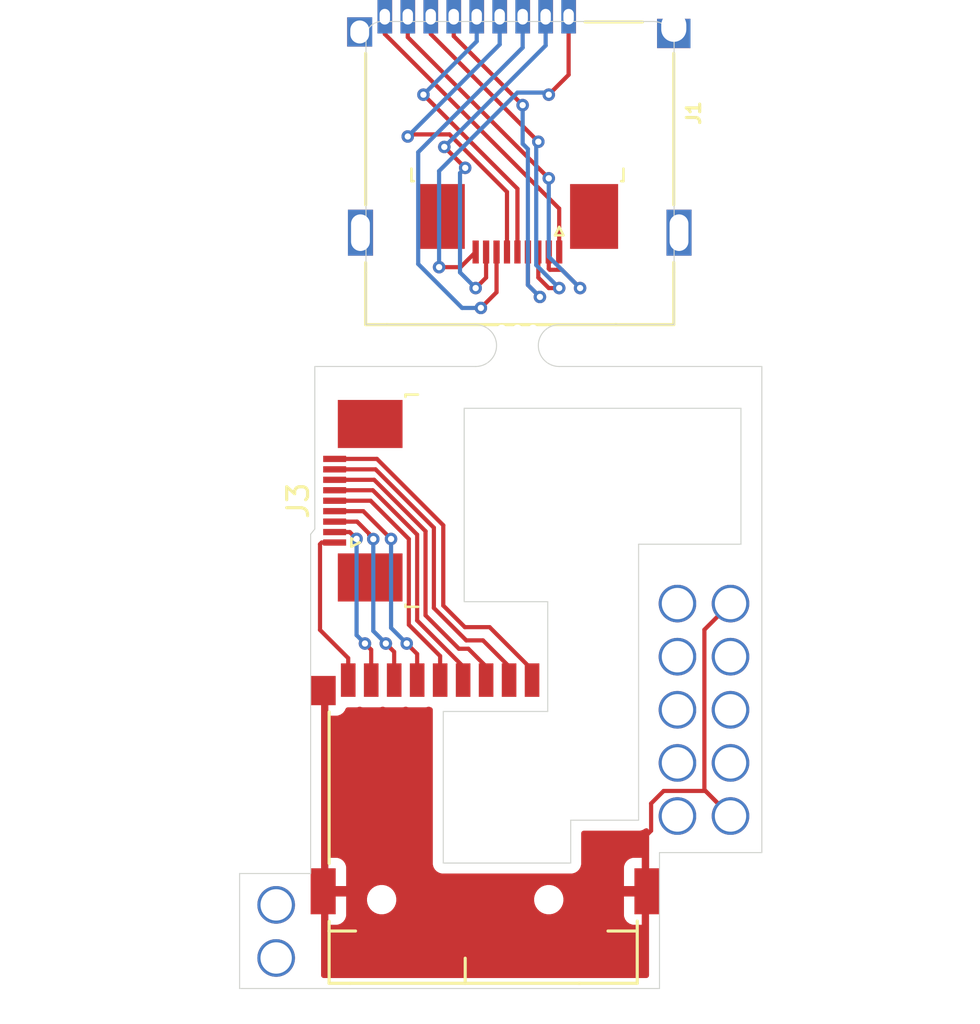
<source format=kicad_pcb>
(kicad_pcb (version 20240108) (generator "pcbnew") (generator_version "8.0")
  (layers (0 "F.Cu" signal) (31 "B.Cu" signal) (34 "B.Paste" user) (35 "F.Paste" user) (36 "B.SilkS" user "B.Silkscreen") (37 "F.SilkS" user "F.Silkscreen") (38 "B.Mask" user) (39 "F.Mask" user) (44 "Edge.Cuts" user))
  (net 0 "")
  (net 1 "Net-(J1-CMD)")
  (net 2 "Net-(J1-VSS)")
  (net 3 "Net-(J1-DAT1)")
  (net 4 "Net-(J1-DAT3{slash}CD)")
  (net 5 "Net-(J1-CLK)")
  (net 6 "Net-(J1-VDD)")
  (net 7 "Net-(J1-DAT0)")
  (net 8 "Net-(J1-DET)")
  (net 9 "Net-(J1-DAT2)")
  (net 10 "Net-(J2-CMD)")
  (net 11 "Net-(J2-DAT0)")
  (net 12 "Net-(J2-DAT1)")
  (net 13 "Net-(J2-DAT2)")
  (net 14 "Net-(J2-DET)")
  (net 15 "Net-(J2-VDD)")
  (net 16 "Net-(J2-VSS)")
  (net 17 "Net-(J2-CLK)")
  (net 18 "Net-(J2-DAT3{slash}CD)")
  (net 19 "GND")
  (footprint "Connector_FFC-FPC:TE_0-1734839-9_1x09-1MP_P0.5mm_Horizontal" (layer "F.Cu") (at 42.15 57.92 90)
    (property "Reference" "J3" (at 0 -3.1 90) (layer "F.SilkS"))
    (property "Value" "Conn_01x09" (hide yes))
    (fp_line (start -1.8 -0.55) (end -2.2 -0.55) (stroke (width 0.12)) (layer "F.SilkS"))
    (fp_line (start -2.2 -0.55) (end -2 -0.15) (stroke (width 0.12)) (layer "F.SilkS"))
    (fp_line (start -2 -0.15) (end -1.8 -0.55) (stroke (width 0.12)) (layer "F.SilkS"))
    (fp_line (start 5.075 2.04) (end 5.075 2.64) (stroke (width 0.12)) (layer "F.SilkS"))
    (fp_line (start 4.965 2.04) (end 5.075 2.04) (stroke (width 0.12)) (layer "F.SilkS"))
    (fp_line (start -4.965 2.04) (end -5.075 2.04) (stroke (width 0.12)) (layer "F.SilkS"))
    (fp_line (start -5.075 2.04) (end -5.075 2.64) (stroke (width 0.12)) (layer "F.SilkS"))
    (pad "1" smd rect (at -2 -1.35 90) (size 0.3 1.1) (layers "F.Cu" "F.Paste" "F.Mask") (net 14 "Net-(J2-DET)"))
    (pad "2" smd rect (at -1.5 -1.35 90) (size 0.3 1.1) (layers "F.Cu" "F.Paste" "F.Mask") (net 12 "Net-(J2-DAT1)"))
    (pad "3" smd rect (at -1 -1.35 90) (size 0.3 1.1) (layers "F.Cu" "F.Paste" "F.Mask") (net 11 "Net-(J2-DAT0)"))
    (pad "4" smd rect (at -0.5 -1.35 90) (size 0.3 1.1) (layers "F.Cu" "F.Paste" "F.Mask") (net 16 "Net-(J2-VSS)"))
    (pad "5" smd rect (at 0 -1.35 90) (size 0.3 1.1) (layers "F.Cu" "F.Paste" "F.Mask") (net 17 "Net-(J2-CLK)"))
    (pad "6" smd rect (at 0.5 -1.35 90) (size 0.3 1.1) (layers "F.Cu" "F.Paste" "F.Mask") (net 15 "Net-(J2-VDD)"))
    (pad "7" smd rect (at 1 -1.35 90) (size 0.3 1.1) (layers "F.Cu" "F.Paste" "F.Mask") (net 10 "Net-(J2-CMD)"))
    (pad "8" smd rect (at 1.5 -1.35 90) (size 0.3 1.1) (layers "F.Cu" "F.Paste" "F.Mask") (net 18 "Net-(J2-DAT3{slash}CD)"))
    (pad "9" smd rect (at 2 -1.35 90) (size 0.3 1.1) (layers "F.Cu" "F.Paste" "F.Mask") (net 13 "Net-(J2-DAT2)"))
    (pad "MP" smd rect (at -3.67 0.35 90) (size 2.3 3.1) (layers "F.Cu" "F.Paste" "F.Mask"))
    (pad "MP" smd rect (at 3.67 0.35 90) (size 2.3 3.1) (layers "F.Cu" "F.Paste" "F.Mask"))
  )
  (footprint "Connector_PinHeader_2.54mm:PinHeader_2x05_P2.54mm_Vertical" (layer "F.Cu") (at 59.75 73 180)
    (property "Reference" "J6" (hide yes))
    (property "Value" "PinHeader_2x05_P2.54mm_Vertical")
    (pad "1" thru_hole circle (at 0 0 180) (size 1.8 1.8) (drill 1.5) (layers "*.Cu" "*.Mask") (net 19 "GND"))
    (pad "2" thru_hole circle (at 2.54 0 180) (size 1.8 1.8) (drill 1.5) (layers "*.Cu" "*.Mask"))
    (pad "3" thru_hole circle (at 0 2.54 180) (size 1.8 1.8) (drill 1.5) (layers "*.Cu" "*.Mask"))
    (pad "4" thru_hole circle (at 2.54 2.54 180) (size 1.8 1.8) (drill 1.5) (layers "*.Cu" "*.Mask"))
    (pad "5" thru_hole circle (at 0 5.08 180) (size 1.8 1.8) (drill 1.5) (layers "*.Cu" "*.Mask"))
    (pad "6" thru_hole circle (at 2.54 5.08 180) (size 1.8 1.8) (drill 1.5) (layers "*.Cu" "*.Mask"))
    (pad "7" thru_hole circle (at 0 7.62 180) (size 1.8 1.8) (drill 1.5) (layers "*.Cu" "*.Mask"))
    (pad "8" thru_hole circle (at 2.54 7.62 180) (size 1.8 1.8) (drill 1.5) (layers "*.Cu" "*.Mask"))
    (pad "9" thru_hole circle (at 0 10.16 180) (size 1.8 1.8) (drill 1.5) (layers "*.Cu" "*.Mask") (net 19 "GND"))
    (pad "10" thru_hole circle (at 2.54 10.16 180) (size 1.8 1.8) (drill 1.5) (layers "*.Cu" "*.Mask"))
  )
  (footprint "Connector_Card:J_SD_Card-micro_socket_A" (layer "F.Cu") (at 47.034968 73.521855 180)
    (property "Reference" "J2" (hide yes))
    (property "Value" "Micro_SD_Card_Det1" (hide yes))
    (fp_line (start 6.5 -1.75) (end 6.5 5.5) (stroke (width 0.15)) (layer "F.SilkS"))
    (fp_line (start 6.5 -4.989073) (end 6.5 -4.510928) (stroke (width 0.15)) (layer "F.SilkS"))
    (fp_line (start 6.5 -7.478145) (end 6.5 -4.978145) (stroke (width 0.15)) (layer "F.SilkS"))
    (fp_line (start 6.5 -7.478145) (end 5.484968 -7.478145) (stroke (width 0.15)) (layer "F.SilkS"))
    (fp_line (start 5.484968 -7.478145) (end -0.015032 -7.478145) (stroke (width 0.15)) (layer "F.SilkS"))
    (fp_line (start 5.234968 -4.978145) (end 6.5 -4.978145) (stroke (width 0.15)) (layer "F.SilkS"))
    (fp_line (start -0.015032 -6.278145) (end -0.015032 -7.478145) (stroke (width 0.15)) (layer "F.SilkS"))
    (fp_line (start -0.015032 -7.478145) (end -5.515032 -7.478145) (stroke (width 0.15)) (layer "F.SilkS"))
    (fp_line (start -5.45 -7.478145) (end -8.25 -7.478145) (stroke (width 0.15)) (layer "F.SilkS"))
    (fp_line (start -6.85 -4.978145) (end -8.25 -4.978145) (stroke (width 0.15)) (layer "F.SilkS"))
    (fp_line (start -8.25 -4.978145) (end -8.25 -4.5) (stroke (width 0.15)) (layer "F.SilkS"))
    (fp_line (start -8.25 -7.478145) (end -8.25 -4.978145) (stroke (width 0.15)) (layer "F.SilkS"))
    (pad "" np_thru_hole circle (at -4.015032 -3.478145 180) (size 0.9 0.9) (drill 0.9) (layers "*.Cu" "*.Mask"))
    (pad "" np_thru_hole circle (at 3.984968 -3.478145 180) (size 0.9 0.9) (drill 0.9) (layers "*.Cu" "*.Mask"))
    (pad "1" smd rect (at -3.215032 7.021855 180) (size 0.7 1.6) (layers "F.Cu" "F.Paste" "F.Mask") (net 13 "Net-(J2-DAT2)"))
    (pad "2" smd rect (at -2.115032 7.021855 180) (size 0.7 1.6) (layers "F.Cu" "F.Paste" "F.Mask") (net 18 "Net-(J2-DAT3{slash}CD)"))
    (pad "3" smd rect (at -1.015032 7.021855 180) (size 0.7 1.6) (layers "F.Cu" "F.Paste" "F.Mask") (net 10 "Net-(J2-CMD)"))
    (pad "4" smd rect (at 0.084968 7.021855 180) (size 0.7 1.6) (layers "F.Cu" "F.Paste" "F.Mask") (net 15 "Net-(J2-VDD)"))
    (pad "5" smd rect (at 1.184968 7.021855 180) (size 0.7 1.6) (layers "F.Cu" "F.Paste" "F.Mask") (net 17 "Net-(J2-CLK)"))
    (pad "6" smd rect (at 2.284968 7.021855 180) (size 0.7 1.6) (layers "F.Cu" "F.Paste" "F.Mask") (net 16 "Net-(J2-VSS)"))
    (pad "7" smd rect (at 3.384968 7.021855 180) (size 0.7 1.6) (layers "F.Cu" "F.Paste" "F.Mask") (net 11 "Net-(J2-DAT0)"))
    (pad "8" smd rect (at 4.484968 7.021855 180) (size 0.7 1.6) (layers "F.Cu" "F.Paste" "F.Mask") (net 12 "Net-(J2-DAT1)"))
    (pad "9" smd rect (at 5.584968 7.021855 180) (size 0.7 1.6) (layers "F.Cu" "F.Paste" "F.Mask") (net 14 "Net-(J2-DET)"))
    (pad "SH" smd rect (at -8.715032 -3.078145 180) (size 1.2 2.2) (layers "F.Cu" "F.Paste" "F.Mask") (net 19 "GND"))
    (pad "SH" smd rect (at 6.784968 -3.078145 180) (size 1.2 2.2) (layers "F.Cu" "F.Paste" "F.Mask") (net 19 "GND"))
    (pad "SH" smd rect (at 6.784968 6.521855 180) (size 1.2 1.4) (layers "F.Cu" "F.Paste" "F.Mask") (net 19 "GND"))
  )
  (footprint "MountingEquipment:mouse-bite-2mm-slot" (layer "F.Cu") (at 49.55 50.5)
    (property "Reference" "mouse-bite-2mm-slot" (hide yes))
    (property "Value" "VAL**" (hide yes))
    (pad "" np_thru_hole circle (at -0.75 -0.75) (size 0.5 0.5) (drill 0.5) (layers "*.Cu" "*.Mask"))
    (pad "" np_thru_hole circle (at -0.75 0.75) (size 0.5 0.5) (drill 0.5) (layers "*.Cu" "*.Mask"))
    (pad "" np_thru_hole circle (at 0 -0.75) (size 0.5 0.5) (drill 0.5) (layers "*.Cu" "*.Mask"))
    (pad "" np_thru_hole circle (at 0 0.75) (size 0.5 0.5) (drill 0.5) (layers "*.Cu" "*.Mask"))
    (pad "" np_thru_hole circle (at 0.75 -0.75) (size 0.5 0.5) (drill 0.5) (layers "*.Cu" "*.Mask"))
    (pad "" np_thru_hole circle (at 0.75 0.75) (size 0.5 0.5) (drill 0.5) (layers "*.Cu" "*.Mask"))
  )
  (footprint "Connector_FFC-FPC:TE_0-1734839-9_1x09-1MP_P0.5mm_Horizontal" (layer "F.Cu") (at 49.55 44.675 180)
    (property "Reference" "J4" (hide yes))
    (property "Value" "Conn_01x09" (hide yes))
    (fp_line (start 5.075 2.04) (end 5.075 2.64) (stroke (width 0.12)) (layer "F.SilkS"))
    (fp_line (start 4.965 2.04) (end 5.075 2.04) (stroke (width 0.12)) (layer "F.SilkS"))
    (fp_line (start -1.8 -0.55) (end -2.2 -0.55) (stroke (width 0.12)) (layer "F.SilkS"))
    (fp_line (start -2 -0.15) (end -1.8 -0.55) (stroke (width 0.12)) (layer "F.SilkS"))
    (fp_line (start -2.2 -0.55) (end -2 -0.15) (stroke (width 0.12)) (layer "F.SilkS"))
    (fp_line (start -4.965 2.04) (end -5.075 2.04) (stroke (width 0.12)) (layer "F.SilkS"))
    (fp_line (start -5.075 2.04) (end -5.075 2.64) (stroke (width 0.12)) (layer "F.SilkS"))
    (pad "1" smd rect (at -2 -1.35 180) (size 0.3 1.1) (layers "F.Cu" "F.Paste" "F.Mask") (net 8 "Net-(J1-DET)"))
    (pad "2" smd rect (at -1.5 -1.35 180) (size 0.3 1.1) (layers "F.Cu" "F.Paste" "F.Mask") (net 3 "Net-(J1-DAT1)"))
    (pad "3" smd rect (at -1 -1.35 180) (size 0.3 1.1) (layers "F.Cu" "F.Paste" "F.Mask") (net 7 "Net-(J1-DAT0)"))
    (pad "4" smd rect (at -0.5 -1.35 180) (size 0.3 1.1) (layers "F.Cu" "F.Paste" "F.Mask") (net 2 "Net-(J1-VSS)"))
    (pad "5" smd rect (at 0 -1.35 180) (size 0.3 1.1) (layers "F.Cu" "F.Paste" "F.Mask") (net 5 "Net-(J1-CLK)"))
    (pad "6" smd rect (at 0.5 -1.35 180) (size 0.3 1.1) (layers "F.Cu" "F.Paste" "F.Mask") (net 6 "Net-(J1-VDD)"))
    (pad "7" smd rect (at 1 -1.35 180) (size 0.3 1.1) (layers "F.Cu" "F.Paste" "F.Mask") (net 1 "Net-(J1-CMD)"))
    (pad "8" smd rect (at 1.5 -1.35 180) (size 0.3 1.1) (layers "F.Cu" "F.Paste" "F.Mask") (net 4 "Net-(J1-DAT3{slash}CD)"))
    (pad "9" smd rect (at 2 -1.35 180) (size 0.3 1.1) (layers "F.Cu" "F.Paste" "F.Mask") (net 9 "Net-(J1-DAT2)"))
    (pad "MP" smd rect (at -3.67 0.35 180) (size 2.3 3.1) (layers "F.Cu" "F.Paste" "F.Mask"))
    (pad "MP" smd rect (at 3.67 0.35 180) (size 2.3 3.1) (layers "F.Cu" "F.Paste" "F.Mask"))
  )
  (footprint "Connector_Card:J_SD_Card-micro_socket_A" (layer "F.Cu") (at 48.784968 42.021855 180)
    (property "Reference" "J1" (at -9.201432 2.644855 90) (layer "F.SilkS") (effects (font (size 0.64 0.64))))
    (property "Value" "Micro_SD_Card_Det1" (hide yes))
    (fp_line (start 6.5 -1.75) (end 6.5 5.5) (stroke (width 0.15)) (layer "F.SilkS"))
    (fp_line (start 6.5 -4.989073) (end 6.5 -4.510928) (stroke (width 0.15)) (layer "F.SilkS"))
    (fp_line (start 6.5 -7.478145) (end 6.5 -4.978145) (stroke (width 0.15)) (layer "F.SilkS"))
    (fp_line (start 6.5 -7.478145) (end 5.484968 -7.478145) (stroke (width 0.15)) (layer "F.SilkS"))
    (fp_line (start 5.484968 -7.478145) (end -0.015032 -7.478145) (stroke (width 0.15)) (layer "F.SilkS"))
    (fp_line (start -0.015032 -7.478145) (end -5.515032 -7.478145) (stroke (width 0.15)) (layer "F.SilkS"))
    (fp_line (start -5.45 -7.478145) (end -8.25 -7.478145) (stroke (width 0.15)) (layer "F.SilkS"))
    (fp_line (start -6.75 7) (end -4 7) (stroke (width 0.15)) (layer "F.SilkS"))
    (fp_line (start -8.25 -1.75) (end -8.25 5.5) (stroke (width 0.15)) (layer "F.SilkS"))
    (fp_line (start -8.25 -4.978145) (end -8.25 -4.5) (stroke (width 0.15)) (layer "F.SilkS"))
    (fp_line (start -8.25 -7.478145) (end -8.25 -4.978145) (stroke (width 0.15)) (layer "F.SilkS"))
    (pad "1" thru_hole rect (at -3.215032 7.25 180) (size 0.7 1.6) (drill oval 0.5 0.75) (layers "*.Cu" "*.Mask") (net 9 "Net-(J1-DAT2)"))
    (pad "2" thru_hole rect (at -2.115032 7.25 180) (size 0.7 1.6) (drill oval 0.5 0.75) (layers "*.Cu" "*.Mask") (net 4 "Net-(J1-DAT3{slash}CD)"))
    (pad "3" thru_hole rect (at -1.015032 7.25 180) (size 0.7 1.6) (drill oval 0.5 0.75) (layers "*.Cu" "*.Mask") (net 1 "Net-(J1-CMD)"))
    (pad "4" thru_hole rect (at 0.084968 7.25 180) (size 0.7 1.6) (drill oval 0.5 0.75) (layers "*.Cu" "*.Mask") (net 6 "Net-(J1-VDD)"))
    (pad "5" thru_hole rect (at 1.184968 7.25 180) (size 0.7 1.6) (drill oval 0.5 0.75) (layers "*.Cu" "*.Mask") (net 5 "Net-(J1-CLK)"))
    (pad "6" thru_hole rect (at 2.284968 7.25 180) (size 0.7 1.6) (drill oval 0.5 0.75) (layers "*.Cu" "*.Mask") (net 2 "Net-(J1-VSS)"))
    (pad "7" thru_hole rect (at 3.384968 7.25 180) (size 0.7 1.6) (drill oval 0.5 0.75) (layers "*.Cu" "*.Mask") (net 7 "Net-(J1-DAT0)"))
    (pad "8" thru_hole rect (at 4.484968 7.25 180) (size 0.7 1.6) (drill oval 0.5 0.75) (layers "*.Cu" "*.Mask") (net 3 "Net-(J1-DAT1)"))
    (pad "9" thru_hole rect (at 5.584968 7.25 180) (size 0.7 1.6) (drill oval 0.5 0.75) (layers "*.Cu" "*.Mask") (net 8 "Net-(J1-DET)"))
    (pad "SH" thru_hole rect (at -8.5 -3.078145 180) (size 1.2 2.2) (drill oval 0.9 1.75) (layers "*.Cu" "*.Mask"))
    (pad "SH" thru_hole rect (at -8.25 6.75 180) (size 1.6 1.4) (drill oval 1.2 1.6 (offset 0 -0.3)) (layers "*.Cu" "*.Mask"))
    (pad "SH" thru_hole rect (at 6.75 -3.078145 180) (size 1.2 2.2) (drill oval 0.9 1.75) (layers "*.Cu" "*.Mask"))
    (pad "SH" thru_hole rect (at 6.784968 6.521855 180) (size 1.2 1.4) (drill oval 0.9 1.1) (layers "*.Cu" "*.Mask"))
  )
  (footprint "Connector_PinHeader_2.54mm:PinHeader_1x02_P2.54mm_Vertical" (layer "F.Cu") (at 38 77.25)
    (property "Reference" "J5" (hide yes))
    (property "Value" "PinHeader_1x02_P2.54mm_Vertical")
    (pad "1" thru_hole circle (at 0 0) (size 1.8 1.8) (drill 1.5) (layers "*.Cu" "*.Mask"))
    (pad "2" thru_hole circle (at 0 2.54) (size 1.8 1.8) (drill 1.5) (layers "*.Cu" "*.Mask"))
  )
  (gr_line (start 47.55 51.5) (end 39.85 51.5) (stroke (width 0.05)) (layer "Edge.Cuts"))
  (gr_arc (start 42.3 35.75) (mid 42.51967 35.21967) (end 43.05 35) (stroke (width 0.05)) (layer "Edge.Cuts"))
  (gr_line (start 39.65 75.75) (end 36.25 75.75) (stroke (width 0.05)) (layer "Edge.Cuts"))
  (gr_line (start 56.35 81.25) (end 56.35 74.75) (stroke (width 0.05)) (layer "Edge.Cuts"))
  (gr_line (start 42.3 37.25) (end 42.3 35.75) (stroke (width 0.05)) (layer "Edge.Cuts"))
  (gr_line (start 46 68) (end 46 75.25) (stroke (width 0.05)) (layer "Edge.Cuts"))
  (gr_line (start 39.65 59.523223) (end 39.65 75.75) (stroke (width 0.05)) (layer "Edge.Cuts"))
  (gr_line (start 47 62.75) (end 51 62.75) (stroke (width 0.05)) (layer "Edge.Cuts"))
  (gr_line (start 39.65 59.523223) (end 39.85 59.273223) (stroke (width 0.05)) (layer "Edge.Cuts"))
  (gr_line (start 51 68) (end 51 62.75) (stroke (width 0.05)) (layer "Edge.Cuts"))
  (gr_line (start 36.25 75.75) (end 36.25 81.25) (stroke (width 0.05)) (layer "Edge.Cuts"))
  (gr_line (start 61.25 51.5) (end 51.55 51.5) (stroke (width 0.05)) (layer "Edge.Cuts"))
  (gr_line (start 60.25 60) (end 55.35 60) (stroke (width 0.05)) (layer "Edge.Cuts"))
  (gr_line (start 47 53.5) (end 47 62.75) (stroke (width 0.05)) (layer "Edge.Cuts"))
  (gr_line (start 55.35 60) (end 55.35 73.2) (stroke (width 0.05)) (layer "Edge.Cuts"))
  (gr_arc (start 51.55 51.5) (mid 50.55 50.5) (end 51.55 49.5) (stroke (width 0.05)) (layer "Edge.Cuts"))
  (gr_line (start 60.25 53.5) (end 47 53.5) (stroke (width 0.05)) (layer "Edge.Cuts"))
  (gr_line (start 46 68) (end 51 68) (stroke (width 0.05)) (layer "Edge.Cuts"))
  (gr_line (start 43.05 35) (end 56.05 35) (stroke (width 0.05)) (layer "Edge.Cuts"))
  (gr_arc (start 56.05 35) (mid 56.757107 35.292893) (end 57.05 36) (stroke (width 0.05)) (layer "Edge.Cuts"))
  (gr_arc (start 47.55 49.5) (mid 48.55 50.5) (end 47.55 51.5) (stroke (width 0.05)) (layer "Edge.Cuts"))
  (gr_line (start 47.55 49.5) (end 42.3 49.5) (stroke (width 0.05)) (layer "Edge.Cuts"))
  (gr_line (start 52.1 73.2) (end 55.35 73.2) (stroke (width 0.05)) (layer "Edge.Cuts"))
  (gr_line (start 57.05 36) (end 57.05 49.5) (stroke (width 0.05)) (layer "Edge.Cuts"))
  (gr_line (start 61.25 74.75) (end 61.25 51.5) (stroke (width 0.05)) (layer "Edge.Cuts"))
  (gr_line (start 42.3 49.5) (end 42.3 37.25) (stroke (width 0.05)) (layer "Edge.Cuts"))
  (gr_line (start 57.05 49.5) (end 51.55 49.5) (stroke (width 0.05)) (layer "Edge.Cuts"))
  (gr_line (start 56.35 74.75) (end 61.25 74.75) (stroke (width 0.05)) (layer "Edge.Cuts"))
  (gr_line (start 39.85 59.273223) (end 39.85 51.5) (stroke (width 0.05)) (layer "Edge.Cuts"))
  (gr_line (start 52.1 75.25) (end 52.1 73.2) (stroke (width 0.05)) (layer "Edge.Cuts"))
  (gr_line (start 60.25 60) (end 60.25 53.5) (stroke (width 0.05)) (layer "Edge.Cuts"))
  (gr_line (start 46 75.25) (end 52.1 75.25) (stroke (width 0.05)) (layer "Edge.Cuts"))
  (gr_line (start 36.25 81.25) (end 56.35 81.25) (stroke (width 0.05)) (layer "Edge.Cuts"))
  (segment (start 47.8 48.7) (end 48.55 47.95) (width 0.2) (layer "F.Cu") (net 1))
  (segment (start 48.55 47.95) (end 48.55 46.025) (width 0.2) (layer "F.Cu") (net 1))
  (via (at 47.8 48.7) (size 0.6) (drill 0.3) (layers "F.Cu" "B.Cu") (net 1))
  (segment (start 44.8 41.25) (end 44.8 46.598529) (width 0.2) (layer "B.Cu") (net 1))
  (segment (start 44.8 46.598529) (end 46.901471 48.7) (width 0.2) (layer "B.Cu") (net 1))
  (segment (start 49.8 36.25) (end 44.8 41.25) (width 0.2) (layer "B.Cu") (net 1))
  (segment (start 49.8 34.771855) (end 49.8 36.25) (width 0.2) (layer "B.Cu") (net 1))
  (segment (start 46.901471 48.7) (end 47.8 48.7) (width 0.2) (layer "B.Cu") (net 1))
  (segment (start 49.8 39) (end 46.5 35.7) (width 0.2) (layer "F.Cu") (net 2))
  (segment (start 46.5 35.7) (end 46.5 35.6) (width 0.2) (layer "F.Cu") (net 2))
  (segment (start 50.625735 48.174265) (end 50.05 47.59853) (width 0.2) (layer "F.Cu") (net 2))
  (segment (start 50.05 47.59853) (end 50.05 46.025) (width 0.2) (layer "F.Cu") (net 2))
  (via (at 50.625735 48.174265) (size 0.6) (drill 0.3) (layers "F.Cu" "B.Cu") (net 2))
  (via (at 49.8 39) (size 0.6) (drill 0.3) (layers "F.Cu" "B.Cu") (net 2))
  (segment (start 50.625735 48.174265) (end 50.05 47.59853) (width 0.2) (layer "B.Cu") (net 2))
  (segment (start 50.05 47.59853) (end 50.05 41.098529) (width 0.2) (layer "B.Cu") (net 2))
  (segment (start 50.05 41.098529) (end 49.8 40.848529) (width 0.2) (layer "B.Cu") (net 2))
  (segment (start 49.8 40.848529) (end 49.8 39) (width 0.2) (layer "B.Cu") (net 2))
  (segment (start 44.3 34.771855) (end 44.3 35.75) (width 0.2) (layer "F.Cu") (net 3))
  (segment (start 44.3 35.75) (end 51.05 42.5) (width 0.2) (layer "F.Cu") (net 3))
  (segment (start 52.55 47.75) (end 51.675 46.875) (width 0.2) (layer "F.Cu") (net 3))
  (segment (start 51.05 46.825) (end 51.05 46.025) (width 0.2) (layer "F.Cu") (net 3))
  (segment (start 51.1 46.875) (end 51.05 46.825) (width 0.2) (layer "F.Cu") (net 3))
  (segment (start 51.675 46.875) (end 51.1 46.875) (width 0.2) (layer "F.Cu") (net 3))
  (via (at 52.55 47.75) (size 0.6) (drill 0.3) (layers "F.Cu" "B.Cu") (net 3))
  (via (at 51.05 42.5) (size 0.6) (drill 0.3) (layers "F.Cu" "B.Cu") (net 3))
  (segment (start 52.55 47.75) (end 51.05 46.25) (width 0.2) (layer "B.Cu") (net 3))
  (segment (start 51.05 46.25) (end 51.05 42.5) (width 0.2) (layer "B.Cu") (net 3))
  (segment (start 47.05 42) (end 46.05 41) (width 0.2) (layer "F.Cu") (net 4))
  (segment (start 48.05 47.25) (end 48.05 46.025) (width 0.2) (layer "F.Cu") (net 4))
  (segment (start 47.55 47.75) (end 48.05 47.25) (width 0.2) (layer "F.Cu") (net 4))
  (via (at 46.05 41) (size 0.6) (drill 0.3) (layers "F.Cu" "B.Cu") (net 4))
  (via (at 47.55 47.75) (size 0.6) (drill 0.3) (layers "F.Cu" "B.Cu") (net 4))
  (via (at 47.05 42) (size 0.6) (drill 0.3) (layers "F.Cu" "B.Cu") (net 4))
  (segment (start 46.8 47) (end 46.8 42.25) (width 0.2) (layer "B.Cu") (net 4))
  (segment (start 46.05 41) (end 50.9 36.15) (width 0.2) (layer "B.Cu") (net 4))
  (segment (start 47.55 47.75) (end 46.8 47) (width 0.2) (layer "B.Cu") (net 4))
  (segment (start 50.9 36.15) (end 50.9 34.771855) (width 0.2) (layer "B.Cu") (net 4))
  (segment (start 46.8 42.25) (end 47.05 42) (width 0.2) (layer "B.Cu") (net 4))
  (segment (start 49.55 43) (end 45.05 38.5) (width 0.2) (layer "F.Cu") (net 5))
  (segment (start 49.55 46.025) (end 49.55 43) (width 0.2) (layer "F.Cu") (net 5))
  (via (at 45.05 38.5) (size 0.6) (drill 0.3) (layers "F.Cu" "B.Cu") (net 5))
  (segment (start 47.6 35.95) (end 47.6 35.6) (width 0.2) (layer "B.Cu") (net 5))
  (segment (start 45.05 38.5) (end 47.6 35.95) (width 0.2) (layer "B.Cu") (net 5))
  (segment (start 44.4 40.4) (end 46.298529 40.4) (width 0.2) (layer "F.Cu") (net 6))
  (segment (start 49.05 43.151471) (end 49.05 46.025) (width 0.2) (layer "F.Cu") (net 6))
  (segment (start 44.3 40.5) (end 44.4 40.4) (width 0.2) (layer "F.Cu") (net 6))
  (segment (start 46.298529 40.4) (end 49.05 43.151471) (width 0.2) (layer "F.Cu") (net 6))
  (via (at 44.3 40.5) (size 0.6) (drill 0.3) (layers "F.Cu" "B.Cu") (net 6))
  (segment (start 48.7 36.1) (end 48.7 34.771855) (width 0.2) (layer "B.Cu") (net 6))
  (segment (start 44.3 40.5) (end 48.7 36.1) (width 0.2) (layer "B.Cu") (net 6))
  (segment (start 45.4 34.771855) (end 45.4 35.6) (width 0.2) (layer "F.Cu") (net 7))
  (segment (start 51.55 47.75) (end 51.05 47.75) (width 0.2) (layer "F.Cu") (net 7))
  (segment (start 45.4 35.6) (end 50.55 40.75) (width 0.2) (layer "F.Cu") (net 7))
  (segment (start 50.55 47.25) (end 50.55 46.025) (width 0.2) (layer "F.Cu") (net 7))
  (segment (start 51.05 47.75) (end 50.55 47.25) (width 0.2) (layer "F.Cu") (net 7))
  (via (at 50.55 40.75) (size 0.6) (drill 0.3) (layers "F.Cu" "B.Cu") (net 7))
  (via (at 51.55 47.75) (size 0.6) (drill 0.3) (layers "F.Cu" "B.Cu") (net 7))
  (segment (start 51.55 47.75) (end 50.45 46.65) (width 0.2) (layer "B.Cu") (net 7))
  (segment (start 50.45 40.85) (end 50.55 40.75) (width 0.2) (layer "B.Cu") (net 7))
  (segment (start 50.45 46.65) (end 50.45 40.85) (width 0.2) (layer "B.Cu") (net 7))
  (segment (start 43.2 35.6) (end 43.2 34.771855) (width 0.2) (layer "F.Cu") (net 8))
  (segment (start 51.55 46.025) (end 51.55 43.95) (width 0.2) (layer "F.Cu") (net 8))
  (segment (start 51.55 43.95) (end 43.2 35.6) (width 0.2) (layer "F.Cu") (net 8))
  (segment (start 46.825 46.75) (end 47.55 46.025) (width 0.2) (layer "F.Cu") (net 9))
  (segment (start 45.8 46.75) (end 46.825 46.75) (width 0.2) (layer "F.Cu") (net 9))
  (segment (start 51.05 38.5) (end 52 37.55) (width 0.2) (layer "F.Cu") (net 9))
  (segment (start 52 37.55) (end 52 34.771855) (width 0.2) (layer "F.Cu") (net 9))
  (via (at 51.05 38.5) (size 0.6) (drill 0.3) (layers "F.Cu" "B.Cu") (net 9))
  (via (at 45.8 46.75) (size 0.6) (drill 0.3) (layers "F.Cu" "B.Cu") (net 9))
  (segment (start 45.8 42.151471) (end 49.551471 38.4) (width 0.2) (layer "B.Cu") (net 9))
  (segment (start 49.551471 38.4) (end 50.95 38.4) (width 0.2) (layer "B.Cu") (net 9))
  (segment (start 50.95 38.4) (end 51.05 38.5) (width 0.2) (layer "B.Cu") (net 9))
  (segment (start 45.8 46.75) (end 45.8 42.151471) (width 0.2) (layer "B.Cu") (net 9))
  (segment (start 42.692793 56.92) (end 45.15 59.377207) (width 0.2) (layer "F.Cu") (net 10))
  (segment (start 47.2 65) (end 48.05 65.85) (width 0.2) (layer "F.Cu") (net 10))
  (segment (start 45.15 59.377207) (end 45.15 63.4) (width 0.2) (layer "F.Cu") (net 10))
  (segment (start 46.75 65) (end 47.2 65) (width 0.2) (layer "F.Cu") (net 10))
  (segment (start 45.15 63.4) (end 46.75 65) (width 0.2) (layer "F.Cu") (net 10))
  (segment (start 40.8 56.92) (end 42.692793 56.92) (width 0.2) (layer "F.Cu") (net 10))
  (segment (start 48.05 65.85) (end 48.05 66.5) (width 0.2) (layer "F.Cu") (net 10))
  (segment (start 42.449378 59.555012) (end 42.449378 59.496502) (width 0.2) (layer "F.Cu") (net 11))
  (segment (start 42.649319 59.754953) (end 42.449378 59.555012) (width 0.2) (layer "F.Cu") (net 11))
  (segment (start 41.872876 58.92) (end 40.8 58.92) (width 0.2) (layer "F.Cu") (net 11))
  (segment (start 43.25 64.75) (end 43.65 65.15) (width 0.2) (layer "F.Cu") (net 11))
  (segment (start 43.65 65.15) (end 43.65 66.5) (width 0.2) (layer "F.Cu") (net 11))
  (segment (start 42.449378 59.496502) (end 41.872876 58.92) (width 0.2) (layer "F.Cu") (net 11))
  (via (at 43.25 64.75) (size 0.6) (drill 0.3) (layers "F.Cu" "B.Cu") (net 11))
  (via (at 42.649319 59.754953) (size 0.6) (drill 0.3) (layers "F.Cu" "B.Cu") (net 11))
  (segment (start 43.25 64.75) (end 42.649319 64.149319) (width 0.2) (layer "B.Cu") (net 11))
  (segment (start 42.649319 64.149319) (end 42.649319 59.754953) (width 0.2) (layer "B.Cu") (net 11))
  (segment (start 41.524347 59.42) (end 40.8 59.42) (width 0.2) (layer "F.Cu") (net 12))
  (segment (start 41.849378 59.745031) (end 41.524347 59.42) (width 0.2) (layer "F.Cu") (net 12))
  (segment (start 42.55 65.05) (end 42.55 66.5) (width 0.2) (layer "F.Cu") (net 12))
  (segment (start 42.25 64.75) (end 42.55 65.05) (width 0.2) (layer "F.Cu") (net 12))
  (via (at 42.25 64.75) (size 0.6) (drill 0.3) (layers "F.Cu" "B.Cu") (net 12))
  (via (at 41.849378 59.745031) (size 0.6) (drill 0.3) (layers "F.Cu" "B.Cu") (net 12))
  (segment (start 42.25 64.75) (end 41.849378 64.349378) (width 0.2) (layer "B.Cu") (net 12))
  (segment (start 41.849378 64.349378) (end 41.849378 59.745031) (width 0.2) (layer "B.Cu") (net 12))
  (segment (start 47.032843 63.967157) (end 48.217157 63.967157) (width 0.2) (layer "F.Cu") (net 13))
  (segment (start 40.8 55.92) (end 42.824165 55.92) (width 0.2) (layer "F.Cu") (net 13))
  (segment (start 50.25 66) (end 50.25 66.5) (width 0.2) (layer "F.Cu") (net 13))
  (segment (start 46 59.095835) (end 46 62.934314) (width 0.2) (layer "F.Cu") (net 13))
  (segment (start 46 62.934314) (end 47.032843 63.967157) (width 0.2) (layer "F.Cu") (net 13))
  (segment (start 48.217157 63.967157) (end 50.25 66) (width 0.2) (layer "F.Cu") (net 13))
  (segment (start 42.824165 55.92) (end 46 59.095835) (width 0.2) (layer "F.Cu") (net 13))
  (segment (start 40.18 59.92) (end 40.1 60) (width 0.2) (layer "F.Cu") (net 14))
  (segment (start 40.1 64.1) (end 41.45 65.45) (width 0.2) (layer "F.Cu") (net 14))
  (segment (start 40.8 59.92) (end 40.18 59.92) (width 0.2) (layer "F.Cu") (net 14))
  (segment (start 41.45 65.45) (end 41.45 66.5) (width 0.2) (layer "F.Cu") (net 14))
  (segment (start 40.1 60) (end 40.1 64.1) (width 0.2) (layer "F.Cu") (net 14))
  (segment (start 46.95 65.85) (end 46.95 66.5) (width 0.2) (layer "F.Cu") (net 15))
  (segment (start 44.75 63.65) (end 46.95 65.85) (width 0.2) (layer "F.Cu") (net 15))
  (segment (start 40.8 57.42) (end 42.627107 57.42) (width 0.2) (layer "F.Cu") (net 15))
  (segment (start 44.75 59.542893) (end 44.75 63.65) (width 0.2) (layer "F.Cu") (net 15))
  (segment (start 42.627107 57.42) (end 44.75 59.542893) (width 0.2) (layer "F.Cu") (net 15))
  (segment (start 42.17 58.42) (end 40.8 58.42) (width 0.2) (layer "F.Cu") (net 16))
  (segment (start 44.25 64.75) (end 44.75 65.25) (width 0.2) (layer "F.Cu") (net 16))
  (segment (start 43.5 59.75) (end 42.17 58.42) (width 0.2) (layer "F.Cu") (net 16))
  (segment (start 44.75 65.25) (end 44.75 66.5) (width 0.2) (layer "F.Cu") (net 16))
  (via (at 43.5 59.75) (size 0.6) (drill 0.3) (layers "F.Cu" "B.Cu") (net 16))
  (via (at 44.25 64.75) (size 0.6) (drill 0.3) (layers "F.Cu" "B.Cu") (net 16))
  (segment (start 43.5 64) (end 43.5 59.75) (width 0.2) (layer "B.Cu") (net 16))
  (segment (start 44.25 64.75) (end 43.5 64) (width 0.2) (layer "B.Cu") (net 16))
  (segment (start 45.85 65.35) (end 45.85 66.5) (width 0.2) (layer "F.Cu") (net 17))
  (segment (start 42.518529 57.92) (end 44.35 59.751471) (width 0.2) (layer "F.Cu") (net 17))
  (segment (start 44.35 63.85) (end 45.85 65.35) (width 0.2) (layer "F.Cu") (net 17))
  (segment (start 40.8 57.92) (end 42.518529 57.92) (width 0.2) (layer "F.Cu") (net 17))
  (segment (start 44.35 59.751471) (end 44.35 63.85) (width 0.2) (layer "F.Cu") (net 17))
  (segment (start 42.758479 56.42) (end 45.55 59.211521) (width 0.2) (layer "F.Cu") (net 18))
  (segment (start 45.55 63.05) (end 47.1 64.6) (width 0.2) (layer "F.Cu") (net 18))
  (segment (start 49.15 65.85) (end 49.15 66.5) (width 0.2) (layer "F.Cu") (net 18))
  (segment (start 45.55 59.211521) (end 45.55 63.05) (width 0.2) (layer "F.Cu") (net 18))
  (segment (start 40.8 56.42) (end 42.758479 56.42) (width 0.2) (layer "F.Cu") (net 18))
  (segment (start 47.1 64.6) (end 47.9 64.6) (width 0.2) (layer "F.Cu") (net 18))
  (segment (start 47.9 64.6) (end 49.15 65.85) (width 0.2) (layer "F.Cu") (net 18))
  (segment (start 58.55 71.8) (end 56.55 71.8) (width 0.2) (layer "F.Cu") (net 19))
  (segment (start 58.5 71.75) (end 58.5 64.09) (width 0.2) (layer "F.Cu") (net 19))
  (segment (start 55.95 73.7) (end 55.75 73.9) (width 0.2) (layer "F.Cu") (net 19))
  (segment (start 55.75 73.9) (end 55.75 76.6) (width 0.2) (layer "F.Cu") (net 19))
  (segment (start 58.5 64.09) (end 59.75 62.84) (width 0.2) (layer "F.Cu") (net 19))
  (segment (start 56.55 71.8) (end 55.95 72.4) (width 0.2) (layer "F.Cu") (net 19))
  (segment (start 55.95 72.4) (end 55.95 73.7) (width 0.2) (layer "F.Cu") (net 19))
  (segment (start 59.75 73) (end 58.5 71.75) (width 0.2) (layer "F.Cu") (net 19))
  (segment (start 59.75 73) (end 58.55 71.8) (width 0.2) (layer "F.Cu") (net 19))
  (zone (net 19) (net_name "GND") (layer "F.Cu") (connect_pads (clearance 0.5)) (min_thickness 0.25) (fill yes (thermal_gap 0.5) (thermal_bridge_width 0.5))
    (polygon (pts (xy 55.85 65.8) (xy 40.15 65.8) (xy 40.15 75.8) (xy 40.15 81.2) (xy 55.85 81.2) (xy 55.85 74.8)))
  )
)
</source>
